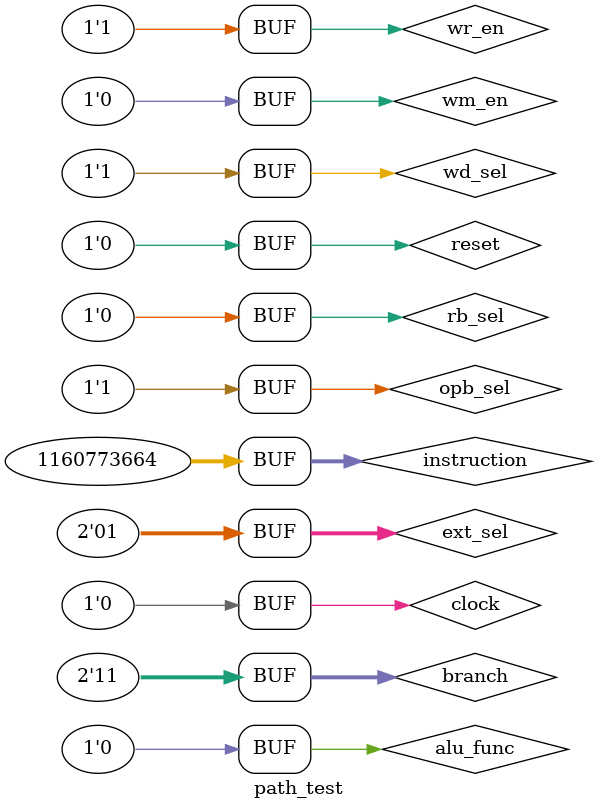
<source format=sv>
module path_test();
	logic         clock, reset;
	logic [1:0]   branch, ext_sel;
	logic         rb_sel, wr_en, opb_sel;
	logic         alu_func, wd_sel, wm_en;
	logic [31:0]  instruction, pc;
	logic [2:0]   opcode;
	logic [1:0]   func;
	logic [4:0]   ra_id, rb_id, rw_id, ra_ex, rb_ex, rw_ex, rw_mem, rw_wb;
	
	path #(32) DUT(clock, reset, branch, ext_sel, rb_sel, wr_en, opb_sel,
	               alu_func, wd_sel, wm_en, instruction,
					   // Outputs
					   opcode, func, ra_id, rb_id, rw_id, ra_ex, rb_ex, rw_ex,
					   rw_mem, rw_wb, pc);
	
	initial begin
		#10000 reset=0; clock=0;
		#10000 reset=1; clock=1;
		
		// IF: ADD R0, R1, R2
		#10000 reset=0; clock=1; instruction=32'h00088000; branch=2'b11; ext_sel=2'b11; rb_sel=0; wr_en=0; opb_sel=0; alu_func=0; wd_sel=0; wm_en=0;		
		#10000 clock=0;

		// IF: ADD R1, R2, 10
		// ID: ADD R0, R1, R2
		#10000 clock=1; instruction=32'h01100029; branch=2'b11; ext_sel=2'b11; rb_sel=0; wr_en=1; opb_sel=0; alu_func=0; wd_sel=0; wm_en=0;
		#10000 clock=0;
		
		// IF: SUB R2, R3, R4
		// ID: ADD R1, R2, 10
		// EX: ADD R1, R2, 10
		#10000 clock=1; instruction=32'h02190002; branch=2'b11; ext_sel=2'b00; rb_sel=0; wr_en=1; opb_sel=1; alu_func=0; wd_sel=0; wm_en=0;
		#10000 clock=0;
		
		// IF: SUB R3, R4, 10
		// ID: SUB R2, R3, R4
		// EX: ADD R1, R2, 10
		// ME: ADD R0, R1, R2
		#10000 clock=1; instruction=32'h0320002B; branch=2'b11; ext_sel=2'b00; rb_sel=0; wr_en=1; opb_sel=0; alu_func=1; wd_sel=0; wm_en=0;
		#10000 clock=0;
		
		// IF: LDR R5, 32 (R6)
		// ID: SUB R3, R4, 10
		// EX: SUB R2, R3, R4
		// ME: ADD R1, R2, 10
		// WB: ADD R0, R1, R2
		#10000 clock=1; instruction=32'h45300020; branch=2'b11; ext_sel=2'b00; rb_sel=0; wr_en=1; opb_sel=1; alu_func=1; wd_sel=0; wm_en=0;
		#10000 clock=0;
		
		// ID: LDR R5, 32 (R6)
		// EX: SUB R3, R4, 10
		// ME: SUB R2, R3, R4
		// WB: ADD R1, R2, 10
		#10000 clock=1; branch=2'b11; ext_sel=2'b01; rb_sel=0; wr_en=1; opb_sel=1; alu_func=0; wd_sel=1; wm_en=0;
		#10000 clock=0;
		
		// EX: LDR R5, 32 (R6)
		// ME: SUB R3, R4, 10
		// WB: SUB R2, R3, R4
		#10000 clock=1;
		#10000 clock=0;
		
		// ME: LDR R5, 32 (R6)
		// WB: SUB R3, R4, 10
		#10000 clock=1;
		#10000 clock=0;
		
		// WB: LDR R5, 32 (R6)
		#10000 clock=1;
		#10000 clock=0;
	end
endmodule // path_test

</source>
